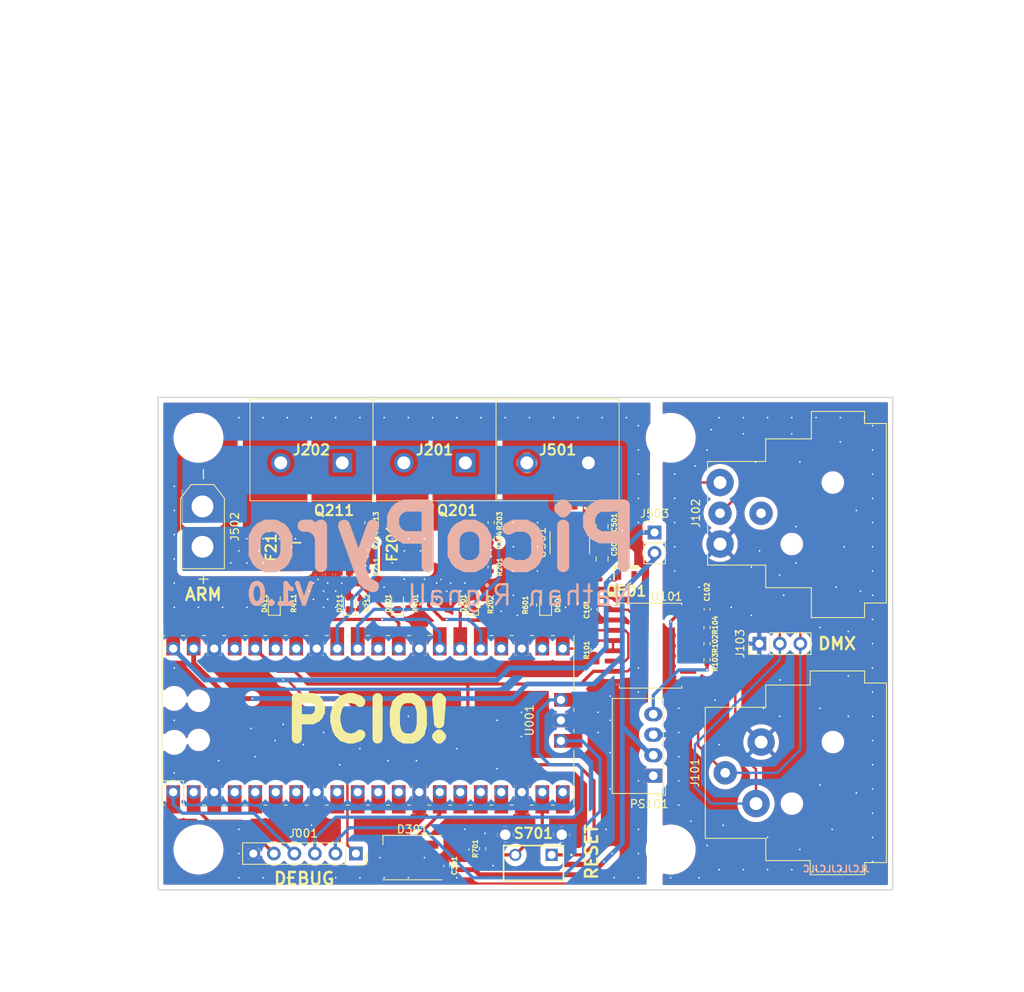
<source format=kicad_pcb>
(kicad_pcb (version 20211014) (generator pcbnew)
  (layers (0 "F.Cu" signal) (31 "B.Cu" signal) (34 "B.Paste" user) (35 "F.Paste" user) (36 "B.SilkS" user "B.Silkscreen") (37 "F.SilkS" user "F.Silkscreen") (38 "B.Mask" user) (39 "F.Mask" user) (44 "Edge.Cuts" user))
  (net 0 "")
  (net 1 "+3V3")
  (net 2 "GND")
  (net 3 "/5V_DMX")
  (net 4 "+5V")
  (net 5 "/LED_STATUS")
  (net 7 "Net-(D401-Pad1)")
  (net 8 "/GND_DMX")
  (net 9 "/PYRO1_MEASURE")
  (net 10 "/UART0_TX")
  (net 11 "/UART0_RX")
  (net 12 "/DMX_IO")
  (net 17 "/BUTTON_MODE")
  (net 21 "/PYRO0_FIRE")
  (net 22 "/PYRO1_FIRE")
  (net 24 "/PYRO0_MEASURE")
  (net 28 "/DEBUG_DIO")
  (net 32 "/DEBUG_CLK")
  (net 33 "Net-(J101-Pad3)")
  (net 34 "Net-(J101-Pad2)")
  (net 35 "Net-(D201-Pad1)")
  (net 36 "Net-(D211-Pad1)")
  (net 37 "/PYRO0_LED")
  (net 38 "Net-(D411-Pad1)")
  (net 39 "/PYRO1_LED")
  (net 40 "/ARM")
  (net 45 "Net-(D601-Pad1)")
  (net 46 "Net-(J201-Pad1)")
  (net 47 "Net-(J202-Pad1)")
  (net 48 "/DMX_RDM")
  (net 55 "Net-(C501-Pad2)")
  (net 56 "Net-(U501-Pad8)")
  (net 57 "VBUS")
  (net 58 "Net-(J201-Pad2)")
  (net 59 "Net-(J202-Pad2)")
  (footprint "RPi_Hat:RPi_Hat_Mounting_Hole" (layer "F.Cu") (at 189.5 63.5)
    (fp_text reference "" hide)
    (fp_text value "" hide)
  )
  (footprint "Resistor_SMD:R_0402_1005Metric" (layer "F.Cu") (at 172.499999 84.212501 90)
    (fp_text reference "R601")
    (fp_text value "1k")
  )
  (footprint "Capacitor_SMD:C_0402_1005Metric" (layer "F.Cu") (at 194 84.75 -90)
    (fp_text reference "C102")
    (fp_text value "100n")
  )
  (footprint "LED_SMD:LED_0603_1608Metric" (layer "F.Cu") (at 155.66 84 90)
    (fp_text reference "D401")
    (fp_text value "LED")
  )
  (footprint "Resistor_SMD:R_0402_1005Metric" (layer "F.Cu") (at 167.26 79.509999 -90)
    (fp_text reference "R201")
    (fp_text value "10k")
  )
  (footprint "Custom:TS1167443BK100RAD" (layer "F.Cu") (at 174.75 115.1625)
    (fp_text reference locked "S701")
    (fp_text value "TS11-674-43-BK-100-RA-D" hide)
  )
  (footprint "Resistor_SMD:R_0402_1005Metric" (layer "F.Cu") (at 152 76 90)
    (fp_text reference "R214")
    (fp_text value "10k")
  )
  (footprint "LED_SMD:LED_0603_1608Metric" (layer "F.Cu") (at 149.7 84 90)
    (fp_text reference "D211")
    (fp_text value "LED")
  )
  (footprint "Resistor_SMD:R_0402_1005Metric" (layer "F.Cu") (at 156.96 84 90)
    (fp_text reference "R401")
    (fp_text value "500")
  )
  (footprint "Resistor_SMD:R_0402_1005Metric" (layer "F.Cu") (at 151 84 90)
    (fp_text reference "R212")
    (fp_text value "500")
  )
  (footprint "Resistor_SMD:R_0402_1005Metric" (layer "F.Cu") (at 167.26 76 90)
    (fp_text reference "R204")
    (fp_text value "10k")
  )
  (footprint "Connector_AMASS:AMASS_XT30U-F_1x02_P5.0mm_Vertical" (layer "F.Cu") (at 131.5 72 -90)
    (fp_text reference "J502")
    (fp_text value "Conn_01x02")
  )
  (footprint "Resistor_SMD:R_0402_1005Metric" (layer "F.Cu") (at 180 89.75 -90)
    (fp_text reference "R101")
    (fp_text value "2k")
  )
  (footprint "Connector_Audio:Jack_XLR_Neutrik_NC3FAAH_Horizontal" (layer "F.Cu") (at 200.7 101.19)
    (fp_text reference "J101")
    (fp_text value "XLR3")
  )
  (footprint "Resistor_SMD:R_0402_1005Metric" (layer "F.Cu") (at 166.26 84 90)
    (fp_text reference "R202")
    (fp_text value "500")
  )
  (footprint "Connector_PinHeader_2.54mm:PinHeader_1x03_P2.54mm_Vertical" (layer "F.Cu") (at 200.475 89 90)
    (fp_text reference "J103")
    (fp_text value "Conn_01x03")
  )
  (footprint "Custom:SOIC127P600X170-9N" (layer "F.Cu") (at 177 76.5 -90)
    (fp_text reference locked "U501")
    (fp_text value "TQL850CSV50")
  )
  (footprint "Package_SO:SOIC-16W_7.5x10.3mm_P1.27mm" (layer "F.Cu") (at 187 89.25)
    (fp_text reference "U101")
    (fp_text value "ADM2483xRW")
  )
  (footprint "Custom:TB00576202BE" (layer "F.Cu") (at 179.3 66.6 180)
    (fp_text reference "J501")
    (fp_text value "TB005-762-02BE" hide)
  )
  (footprint "Capacitor_SMD:C_0805_2012Metric_Pad1.18x1.45mm_HandSolder" (layer "F.Cu") (at 181 74.5 90)
    (fp_text reference "C501")
    (fp_text value "10u")
  )
  (footprint "Resistor_SMD:R_0402_1005Metric" (layer "F.Cu") (at 141.7 84 90)
    (fp_text reference "R411")
    (fp_text value "500")
  )
  (footprint "Capacitor_SMD:C_0805_2012Metric_Pad1.18x1.45mm_HandSolder" (layer "F.Cu") (at 181 78.5 90)
    (fp_text reference "C502")
    (fp_text value "10u")
  )
  (footprint "Custom:TB00576202BE" (layer "F.Cu") (at 148.81 66.6 180)
    (fp_text reference "J202")
    (fp_text value "TB005-762-02BE" hide)
  )
  (footprint "Resistor_SMD:R_0402_1005Metric" (layer "F.Cu") (at 194 89 90)
    (fp_text reference "R102")
    (fp_text value "120")
  )
  (footprint "Resistor_SMD:R_0402_1005Metric" (layer "F.Cu") (at 152 79.509999 -90)
    (fp_text reference "R211")
    (fp_text value "10k")
  )
  (footprint "Connector_Audio:Jack_XLR_Neutrik_NC3MAAH_Horizontal" (layer "F.Cu") (at 195.61 76.66 90)
    (fp_text reference "J102")
    (fp_text value "XLR3")
  )
  (footprint "Connector_PinHeader_2.54mm:PinHeader_1x02_P2.54mm_Vertical" (layer "F.Cu") (at 187.5 75.225)
    (fp_text reference "J503")
    (fp_text value "Conn_01x02")
  )
  (footprint "Custom:SOT96P240X110-3N" (layer "F.Cu") (at 184 79.5 90)
    (fp_text reference locked "Q501")
    (fp_text value "DMP2120U-7" hide)
  )
  (footprint "Capacitor_SMD:C_0402_1005Metric" (layer "F.Cu") (at 161.75 116.52 90)
    (fp_text reference "C301")
    (fp_text value "100n")
  )
  (footprint "RPi_Hat:RPi_Hat_Mounting_Hole" (layer "F.Cu") (at 131 63.5)
    (fp_text reference "" hide)
    (fp_text value "" hide)
  )
  (footprint "Resistor_SMD:R_0402_1005Metric" (layer "F.Cu") (at 152 74 -90)
    (fp_text reference "R213")
    (fp_text value "150k")
  )
  (footprint "Custom:TPCA8128L1Q" (layer "F.Cu") (at 163.06 77)
    (fp_text reference locked "Q201")
    (fp_text value "TPH9R506PL,LQ" hide)
  )
  (footprint "Custom:FUSC6125X279N" (layer "F.Cu") (at 142.5 76.5 -90)
    (fp_text reference "F211")
    (fp_text value "0679H9100-05" hide)
  )
  (footprint "LED_SMD:LED_0603_1608Metric" (layer "F.Cu") (at 140.4 84 90)
    (fp_text reference "D411")
    (fp_text value "LED")
  )
  (footprint "LED_SMD:LED_WS2812B_PLCC4_5.0x5.0mm_P3.2mm" (layer "F.Cu") (at 157.5 115.5 180)
    (fp_text reference "D301")
    (fp_text value "WS2812B")
  )
  (footprint "Resistor_SMD:R_0402_1005Metric" (layer "F.Cu") (at 194 91 90)
    (fp_text reference "R103")
    (fp_text value "680")
  )
  (footprint "LED_SMD:LED_0603_1608Metric" (layer "F.Cu") (at 174 84 90)
    (fp_text reference "D601")
    (fp_text value "LED")
  )
  (footprint "Resistor_SMD:R_0402_1005Metric" (layer "F.Cu") (at 166.2 114.4 -90)
    (fp_text reference "R701")
    (fp_text value "10k")
  )
  (footprint "Capacitor_SMD:C_0402_1005Metric" (layer "F.Cu") (at 180 84.75 -90)
    (fp_text reference "C101")
    (fp_text value "100n")
  )
  (footprint "Custom:TB00576202BE" (layer "F.Cu") (at 164.06 66.6 180)
    (fp_text reference "J201")
    (fp_text value "TB005-762-02BE" hide)
  )
  (footprint "Resistor_SMD:R_0402_1005Metric" (layer "F.Cu") (at 194 87 90)
    (fp_text reference "R104")
    (fp_text value "680")
  )
  (footprint "MCU_RaspberryPi_and_Boards:RPi_Pico_SMD_TH" (layer "F.Cu") (at 152 98.5 90)
    (fp_text reference "U001")
    (fp_text value "Pico")
  )
  (footprint "Custom:TPCA8128L1Q" (layer "F.Cu") (at 147.8 76.9875)
    (fp_text reference locked "Q211")
    (fp_text value "TPH9R506PL,LQ" hide)
  )
  (footprint "RPi_Hat:RPi_Hat_Mounting_Hole" (layer "F.Cu") (at 131 114.5)
    (fp_text reference "" hide)
    (fp_text value "" hide)
  )
  (footprint "RPi_Hat:RPi_Hat_Mounting_Hole" (layer "F.Cu") (at 189.5 114.5)
    (fp_text reference "" hide)
    (fp_text value "" hide)
  )
  (footprint "Connector_PinSocket_2.54mm:PinSocket_1x06_P2.54mm_Vertical" (layer "F.Cu") (at 150.5 115 -90)
    (fp_text reference "J001")
    (fp_text value "Conn_01x06")
  )
  (footprint "Resistor_SMD:R_0402_1005Metric" (layer "F.Cu") (at 167.26 74 -90)
    (fp_text reference "R203")
    (fp_text value "150k")
  )
  (footprint "Converter_DCDC:Converter_DCDC_Murata_MEE1SxxxxSC_THT" (layer "F.Cu") (at 187.3425 105.3575 180)
    (fp_text reference "PS101")
    (fp_text value "MEE1S0503SC")
  )
  (footprint "Custom:FUSC6125X279N" (layer "F.Cu") (at 157.5 76.5 -90)
    (fp_text reference "F201")
    (fp_text value "0679H9100-05" hide)
  )
  (footprint "LED_SMD:LED_0603_1608Metric" (layer "F.Cu") (at 164.96 84 90)
    (fp_text reference "D201")
    (fp_text value "LED")
  )
  (gr_line (start 126 58.5) (end 126 119.5) (layer "Edge.Cuts") (width 0.15))
  (gr_line (start 217 119.5) (end 217 58.5) (layer "Edge.Cuts") (width 0.15))
  (gr_line (start 217 58.5) (end 126 58.5) (layer "Edge.Cuts") (width 0.15))
  (gr_line (start 126 119.5) (end 217 119.5) (layer "Edge.Cuts") (width 0.15))
  (gr_text "PicoPyro" (at 161 76) (layer "B.SilkS") (effects (font (size 7.5 7.5) (thickness 1.5)) (justify mirror)))
  (gr_text "Nathan Rignall" (at 170.8 83) (layer "B.SilkS") (effects (font (size 2.5 2.5) (thickness 0.3)) (justify mirror)))
  (gr_text "JLCJLCJLCJLC" (at 210 116.9) (layer "B.SilkS") (effects (font (size 0.8 0.8) (thickness 0.2)) (justify mirror)))
  (gr_text "V1.0" (at 141.1 82.9) (layer "B.SilkS") (effects (font (size 2.5 2.5) (thickness 0.6)) (justify mirror)))
  (gr_text "RESET" (at 179.7 114.8 90) (layer "F.SilkS") (effects (font (size 1.5 1.5) (thickness 0.3))))
  (gr_text "DEBUG" (at 144.1 118.1) (layer "F.SilkS") (effects (font (size 1.5 1.5) (thickness 0.3))))
  (gr_text "ARM" (at 131.6 82.9) (layer "F.SilkS") (effects (font (size 1.5 1.5) (thickness 0.3))))
  (gr_text "PCIO!" (at 152 98.5) (layer "F.SilkS") (effects (font (size 5 5) (thickness 1.25))))
  (gr_text "DMX" (at 210.1 89) (layer "F.SilkS") (effects (font (size 1.5 1.5) (thickness 0.3))))
  (segment (start 164.5 94) (end 178.35 94) (width 0.4) (layer "F.Cu") (net 1))
  (segment (start 184.175 92.425) (end 182.35 92.425) (width 0.3) (layer "F.Cu") (net 1))
  (segment (start 185.2 85.8) (end 185.2 91.4) (width 0.3) (layer "F.Cu") (net 1))
  (segment (start 164.375 97.775) (end 164.375 94.125) (width 0.4) (layer "F.Cu") (net 1))
  (segment (start 164.375 97.775) (end 170.6 104) (width 0.4) (layer "F.Cu") (net 1))
  (segment (start 174.75 115.1625) (end 178.6375 115.1625) (width 0.4) (layer "F.Cu") (net 1))
  (segment (start 178 104) (end 180 106) (width 0.4) (layer "F.Cu") (net 1))
  (segment (start 140.845 92.425) (end 142.925 92.425) (width 0.4) (layer "F.Cu") (net 1))
  (segment (start 182.35 84.805) (end 184.205 84.805) (width 0.3) (layer "F.Cu") (net 1))
  (segment (start 142.925 92.425) (end 144.5 94) (width 0.4) (layer "F.Cu") (net 1))
  (segment (start 184.205 84.805) (end 185.2 85.8) (width 0.3) (layer "F.Cu") (net 1))
  (segment (start 182.35 92.425) (end 179.925 92.425) (width 0.4) (layer "F.Cu") (net 1))
  (segment (start 138.03 89.61) (end 140.845 92.425) (width 0.4) (layer "F.Cu") (net 1))
  (segment (start 144.5 94) (end 164.5 94) (width 0.4) (layer "F.Cu") (net 1))
  (segment (start 181.815 84.27) (end 180 84.27) (width 0.3) (layer "F.Cu") (net 1))
  (segment (start 164.375 94.125) (end 164.5 94) (width 0.4) (layer "F.Cu") (net 1))
  (segment (start 182.35 84.805) (end 181.815 84.27) (width 0.3) (layer "F.Cu") (net 1))
  (segment (start 178.6375 115.1625) (end 180 113.8) (width 0.4) (layer "F.Cu") (net 1))
  (segment (start 180 106) (end 180 113.8) (width 0.4) (layer "F.Cu") (net 1))
  (segment (start 170.6 104) (end 178 104) (width 0.4) (layer "F.Cu") (net 1))
  (segment (start 178.35 94) (end 179.925 92.425) (width 0.4) (layer "F.Cu") (net 1))
  (segment (start 185.2 91.4) (end 184.175 92.425) (width 0.3) (layer "F.Cu") (net 1))
  (segment (start 152 78.999999) (end 152 78.19) (width 0.4) (layer "F.Cu") (net 2))
  (segment (start 152 76.51) (end 152 77.39) (width 0.4) (layer "F.Cu") (net 2))
  (segment (start 167.26 78.999999) (end 167.26 78.19) (width 0.4) (layer "F.Cu") (net 2))
  (segment (start 167.26 76.51) (end 167.26 77.39) (width 0.4) (layer "F.Cu") (net 2))
  (segment (start 141.7 83.49) (end 142.99 83.49) (width 0.4) (layer "F.Cu") (net 2))
  (segment (start 187.3425 105.3575) (end 184.1425 105.3575) (width 0.6) (layer "F.Cu") (net 2))
  (segment (start 151 83.49) (end 151.99 83.49) (width 0.4) (layer "F.Cu") (net 2))
  (segment (start 166.26 83.49) (end 167.49 83.49) (width 0.4) (layer "F.Cu") (net 2))
  (segment (start 156.96 83.49) (end 157.99 83.49) (width 0.4) (layer "F.Cu") (net 2))
  (via (at 145.25 81.5) (size 0.4) (drill 0.2) (layers "F.Cu" "B.Cu") (net 2))
  (via (at 153.5 115.5) (size 0.4) (drill 0.2) (layers "F.Cu" "B.Cu") (net 2))
  (via (at 151 102) (size 0.4) (drill 0.2) (layers "F.Cu" "B.Cu") (net 2))
  (via (at 157.99 83.49) (size 0.4) (drill 0.2) (layers "F.Cu" "B.Cu") (net 2))
  (via (at 166 61) (size 0.4) (drill 0.2) (layers "F.Cu" "B.Cu") (net 2))
  (via (at 146.5 100) (size 0.4) (drill 0.2) (layers "F.Cu" "B.Cu") (net 2))
  (via (at 128 72.5) (size 0.4) (drill 0.2) (layers "F.Cu" "B.Cu") (net 2))
  (via (at 182 95.5) (size 0.4) (drill 0.2) (layers "F.Cu" "B.Cu") (net 2))
  (via (at 185.5 83) (size 0.4) (drill 0.2) (layers "F.Cu" "B.Cu") (net 2))
  (via (at 151.99 83.49) (size 0.4) (drill 0.2) (layers "F.Cu" "B.Cu") (net 2))
  (via (at 153 98.5) (size 0.4) (drill 0.2) (layers "F.Cu" "B.Cu") (net 2))
  (via (at 167.26 78.19) (size 0.4) (drill 0.2) (layers "F.Cu" "B.Cu") (net 2))
  (via (at 142.99 83.49) (size 0.4) (drill 0.2) (layers "F.Cu" "B.Cu") (net 2))
  (via (at 128 105) (size 0.4) (drill 0.2) (layers "F.Cu" "B.Cu") (net 2))
  (via (at 138 103) (size 0.4) (drill 0.2) (layers "F.Cu" "B.Cu") (net 2))
  (via (at 144.75 82.5) (size 0.4) (drill 0.2) (layers "F.Cu" "B.Cu") (net 2))
  (via (at 167.26 77.39) (size 0.4) (drill 0.2) (layers "F.Cu" "B.Cu") (net 2))
  (via (at 142 61) (size 0.4) (drill 0.2) (layers "F.Cu" "B.Cu") (net 2))
  (via (at 175 61) (size 0.4) (drill 0.2) (layers "F.Cu" "B.Cu") (net 2))
  (via (at 147 81.5) (size 0.4) (drill 0.2) (layers "F.Cu" "B.Cu") (net 2))
  (via (at 182 98.5) (size 0.4) (drill 0.2) (layers "F.Cu" "B.Cu") (net 2))
  (via (at 128 92) (size 0.4) (drill 0.2) (layers "F.Cu" "B.Cu") (net 2))
  (via (at 142 118) (size 0.4) (drill 0.2) (layers "F.Cu" "B.Cu") (net 2))
  (via (at 173 80) (size 0.4) (drill 0.2) (layers "F.Cu" "B.Cu") (net 2))
  (via (at 169 61) (size 0.4) (drill 0.2) (layers "F.Cu" "B.Cu") (net 2))
  (via (at 185.5 115) (size 0.4) (drill 0.2) (layers "F.Cu" "B.Cu") (net 2))
  (via (at 164.5 114.5) (size 0.4) (drill 0.2) (layers "F.Cu" "B.Cu") (net 2))
  (via (at 170 74) (size 0.4) (drill 0.2) (layers "F.Cu" "B.Cu") (net 2))
  (via (at 145 118) (size 0.4) (drill 0.2) (layers "F.Cu" "B.Cu") (net 2))
  (via (at 139 118) (size 0.4) (drill 0.2) (layers "F.Cu" "B.Cu") (net 2))
  (via (at 182 107) (size 0.4) (drill 0.2) (layers "F.Cu" "B.Cu") (net 2))
  (via (at 179 85) (size 0.4) (drill 0.2) (layers "F.Cu" "B.Cu") (net 2))
  (via (at 148.75 81.5) (size 0.4) (drill 0.2) (layers "F.Cu" "B.Cu") (net 2))
  (via (at 181 61) (size 0.4) (drill 0.2) (layers "F.Cu" "B.Cu") (net 2))
  (via (at 162.25 83.5) (size 0.4) (drill 0.2) (layers "F.Cu" "B.Cu") (net 2))
  (via (at 168 98.5) (size 0.4) (drill 0.2) (layers "F.Cu" "B.Cu") (net 2))
  (via (at 152 78.19) (size 0.4) (drill 0.2) (layers "F.Cu" "B.Cu") (net 2))
  (via (at 170 80) (size 0.4) (drill 0.2) (layers "F.Cu" "B.Cu") (net 2))
  (via (at 160.5 81.5) (size 0.4) (drill 0.2) (layers "F.Cu" "B.Cu") (net 2))
  (via (at 161.75 82.5) (size 0.4) (drill 0.2) (layers "F.Cu" "B.Cu") (net 2))
  (via (at 128 69.5) (size 0.4) (drill 0.2) (layers "F.Cu" "B.Cu") (net 2))
  (via (at 185.5 62) (size 0.4) (drill 0.2) (layers "F.Cu" "B.Cu") (net 2))
  (via (at 176.5 84.5) (size 0.4) (drill 0.2) (layers "F.Cu" "B.Cu") (net 2))
  (via (at 148 82.5) (size 0.4) (drill 0.2) (layers "F.Cu" "B.Cu") (net 2))
  (via (at 148 84.5) (size 0.4) (drill 0.2) (layers "F.Cu" "B.Cu") (net 2))
  (via (at 185.5 112) (size 0.4) (drill 0.2) (layers "F.Cu" "B.Cu") (net 2))
  (via (at 185.5 109) (size 0.4) (drill 0.2) (layers "F.Cu" "B.Cu") (net 2))
  (via (at 157 118) (size 0.4) (drill 0.2) (layers "F.Cu" "B.Cu") (net 2))
  (via (at 148 61) (size 0.4) (drill 0.2) (layers "F.Cu" "B.Cu") (net 2))
  (via (at 170.5 85.5) (size 0.4) (drill 0.2) (layers "F.Cu" "B.Cu") (net 2))
  (via (at 164 81.5) (size 0.4) (drill 0.2) (layers "F.Cu" "B.Cu") (net 2))
  (via (at 128 75.5) (size 0.4) (drill 0.2) (layers "F.Cu" "B.Cu") (net 2))
  (via (at 171 100.5) (size 0.4) (drill 0.2) (layers "F.Cu" "B.Cu") (net 2))
  (via (at 175.5 83.5) (size 0.4) (drill 0.2) (layers "F.Cu" "B.Cu") (net 2))
  (via (at 180.5 100) (size 0.4) (drill 0.2) (layers "F.Cu" "B.Cu") (net 2))
  (via (at 154 61) (size 0.4) (drill 0.2) (layers "F.Cu" "B.Cu") (net 2))
  (via (at 163 118) (size 0.4) (drill 0.2) (layers "F.Cu" "B.Cu") (net 2))
  (via (at 181.5 112) (size 0.4) (drill 0.2) (layers "F.Cu" "B.Cu") (net 2))
  (via (at 154 118) (size 0.4) (drill 0.2) (layers "F.Cu" "B.Cu") (net 2))
  (via (at 128 84.5) (size 0.4) (drill 0.2) (layers "F.Cu" "B.Cu") (net 2))
  (via (at 185.5 118) (size 0.4) (drill 0.2) (layers "F.Cu" "B.Cu") (net 2))
  (via (at 140.5 101) (size 0.4) (drill 0.2) (layers "F.Cu" "B.Cu") (net 2))
  (via (at 185.5 65) (size 0.4) (drill 0.2) (layers "F.Cu" "B.Cu") (net 2))
  (via (at 170 77) (size 0.4) (drill 0.2) (layers "F.Cu" "B.Cu") (net 2))
  (via (at 185.5 68) (size 0.4) (drill 0.2) (layers "F.Cu" "B.Cu") (net 2))
  (via (at 163 61) (size 0.4) (drill 0.2) (layers "F.Cu" "B.Cu") (net 2))
  (via (at 147 83.5) (size 0.4) (drill 0.2) (layers "F.Cu" "B.Cu") (net 2))
  (via (at 185.5 95) (size 0.4) (drill 0.2) (layers "F.Cu" "B.Cu") (net 2))
  (via (at 136 118) (size 0.4) (drill 0.2) (layers "F.Cu" "B.Cu") (net 2))
  (via (at 159 99.5) (size 0.4) (drill 0.2) (layers "F.Cu" "B.Cu") (net 2))
  (via (at 139 61) (size 0.4) (drill 0.2) (layers "F.Cu" "B.Cu") (net 2))
  (via (at 133.5 103.5) (size 0.4) (drill 0.2) (layers "F.Cu" "B.Cu") (net 2))
  (via (at 178 61) (size 0.4) (drill 0.2) (layers "F.Cu" "B.Cu") (net 2))
  (via (at 167.5 116.5) (size 0.4) (drill 0.2) (layers "F.Cu" "B.Cu") (net 2))
  (via (at 185.5 71) (size 0.4) (drill 0.2) (layers "F.Cu" "B.Cu") (net 2))
  (via (at 156.5 81) (size 0.4) (drill 0.2) (layers "F.Cu" "B.Cu") (net 2))
  (via (at 151 61) (size 0.4) (drill 0.2) (layers "F.Cu" "B.Cu") (net 2))
  (via (at 162.25 81.5) (size 0.4) (drill 0.2) (layers "F.Cu" "B.Cu") (net 2))
  (via (at 128 98.5) (size 0.4) (drill 0.2) (layers "F.Cu" "B.Cu") (net 2))
  (via (at 137 84.5) (size 0.4) (drill 0.2) (layers "F.Cu" "B.Cu") (net 2))
  (via (at 151 118) (size 0.4) (drill 0.2) (layers "F.Cu" "B.Cu") (net 2))
  (via (at 160.5 83.5) (size 0.4) (drill 0.2) (layers "F.Cu" "B.Cu") (net 2))
  (via (at 137.5 99.5) (size 0.4) (drill 0.2) (layers "F.Cu" "B.Cu") (net 2))
  (via (at 136 61) (size 0.4) (drill 0.2) (layers "F.Cu" "B.Cu") (net 2))
  (via (at 184 61) (size 0.4) (drill 0.2) (layers "F.Cu" "B.Cu") (net 2))
  (via (at 136 112) (size 0.4) (drill 0.2) (layers "F.Cu" "B.Cu") (net 2))
  (via (at 168 104.5) (size 0.4) (drill 0.2) (layers "F.Cu" "B.Cu") (net 2))
  (via (at 152 77.39) (size 0.4) (drill 0.2) (layers "F.Cu" "B.Cu") (net 2))
  (via (at 154.5 103.5) (size 0.4) (drill 0.2) (layers "F.Cu" "B.Cu") (net 2))
  (via (at 182.5 118) (size 0.4) (drill 0.2) (layers "F.Cu" "B.Cu") (net 2))
  (via (at 159 81) (size 0.4) (drill 0.2) (layers "F.Cu" "B.Cu") (net 2))
  (via (at 170 83) (size 0.4) (drill 0.2) (layers "F.Cu" "B.Cu") (net 2))
  (via (at 172 61) (size 0.4) (drill 0.2) (layers "F.Cu" "B.Cu") (net 2))
  (via (at 163.5 82.5) (size 0.4) (drill 0.2) (layers "F.Cu" "B.Cu") (net 2))
  (via (at 185.5 92) (size 0.4) (drill 0.2) (layers "F.Cu" "B.Cu") (net 2))
  (via (at 128 81.5) (size 0.4) (drill 0.2) (layers "F.Cu" "B.Cu") (net 2))
  (via (at 158 103.5) (size 0.4) (drill 0.2) (layers "F.Cu" "B.Cu") (net 2))
  (via (at 159 115.5) (size 0.4) (drill 0.2) (layers "F.Cu" "B.Cu") (net 2))
  (via (at 182 102.5) (size 0.4) (drill 0.2) (layers "F.Cu" "B.Cu") (net 2))
  (via (at 163 102) (size 0.4) (drill 0.2) (layers "F.Cu" "B.Cu") (net 2))
  (via (at 180.5 97.5) (size 0.4) (drill 0.2) (layers "F.Cu" "B.Cu") (net 2))
  (via (at 131 84.5) (size 0.4) (drill 0.2) (layers "F.Cu" "B.Cu") (net 2))
  (via (at 141.5 99) (size 0.4) (drill 0.2) (layers "F.Cu" "B.Cu") (net 2))
  (via (at 128 78.5) (size 0.4) (drill 0.2) (layers "F.Cu" "B.Cu") (net 2))
  (via (at 164 112) (size 0.4) (drill 0.2) (layers "F.Cu" "B.Cu") (net 2))
  (via (at 146.5 84.5) (size 0.4) (drill 0.2) (layers "F.Cu" "B.Cu") (net 2))
  (via (at 171 97.5) (size 0.4) (drill 0.2) (layers "F.Cu" "B.Cu") (net 2))
  (via (at 145 111.5) (size 0.4) (drill 0.2) (layers "F.Cu" "B.Cu") (net 2))
  (via (at 146.5 82.5) (size 0.4) (drill 0.2) (layers "F.Cu" "B.Cu") (net 2))
  (via (at 160 61) (size 0.4) (drill 0.2) (layers "F.Cu" "B.Cu") (net 2))
  (via (at 143 112) (size 0.4) (drill 0.2) (layers "F.Cu" "B.Cu") (net 2))
  (via (at 173 77) (size 0.4) (drill 0.2) (layers "F.Cu" "B.Cu") (net 2))
  (via (at 157 61) (size 0.4) (drill 0.2) (layers "F.Cu" "B.Cu") (net 2))
  (via (at 148 118) (size 0.4) (drill 0.2) (layers "F.Cu" "B.Cu") (net 2))
  (via (at 154 82) (size 0.4) (drill 0.2) (layers "F.Cu" "B.Cu") (net 2))
  (via (at 157 98) (size 0.4) (drill 0.2) (layers "F.Cu" "B.Cu") (net 2))
  (via (at 145 61) (size 0.4) (drill 0.2) (layers "F.Cu" "B.Cu") (net 2))
  (via (at 166.5 112.5) (size 0.4) (drill 0.2) (layers "F.Cu" "B.Cu") (net 2))
  (via (at 185.5 74) (size 0.4) (drill 0.2) (layers "F.Cu" "B.Cu") (net 2))
  (via (at 144 101.5) (size 0.4) (drill 0.2) (layers "F.Cu" "B.Cu") (net 2))
  (via (at 178 84) (size 0.4) (drill 0.2) (layers "F.Cu" "B.Cu") (net 2))
  (via (at 183.5 75) (size 0.4) (drill 0.2) (layers "F.Cu" "B.Cu") (net 2))
  (via (at 173 74) (size 0.4) (drill 0.2) (layers "F.Cu" "B.Cu") (net 2))
  (via (at 168.5 85) (size 0.4) (drill 0.2) (layers "F.Cu" "B.Cu") (net 2))
  (via (at 145.25 83.5) (size 0.4) (drill 0.2) (layers "F.Cu" "B.Cu") (net 2))
  (via (at 148.5 104) (size 0.4) (drill 0.2) (layers "F.Cu" "B.Cu") (net 2))
  (via (at 136 115) (size 0.4) (drill 0.2) (layers "F.Cu" "B.Cu") (net 2))
  (via (at 160 82.5) (size 0.4) (drill 0.2) (layers "F.Cu" "B.Cu") (net 2))
  (via (at 185.5 106) (size 0.4) (drill 0.2) (layers "F.Cu" "B.Cu") (net 2))
  (via (at 134 84.5) (size 0.4) (drill 0.2) (layers "F.Cu" "B.Cu") (net 2))
  (via (at 167.49 83.49) (size 0.4) (drill 0.2) (layers "F.Cu" "B.Cu") (net 2))
  (segment (start 187.3425 105.3575) (end 185.1425 105.3575) (width 0.6) (layer "B.Cu") (net 2))
  (segment (start 152 78.19) (end 152 77.39) (width 0.4) (layer "B.Cu") (net 2))
  (segment (start 152 79.5) (end 150.5 81) (width 0.4) (layer "B.Cu") (net 2))
  (segment (start 152 78.19) (end 152 79.5) (width 0.4) (layer "B.Cu") (net 2))
  (segment (start 194 91.51) (end 194 92.25) (width 0.4) (layer "F.Cu") (net 3))
  (segment (start 192.185 84.27) (end 194 84.27) (width 0.4) (layer "F.Cu") (net 3))
  (segment (start 190.945 84.805) (end 191.65 84.805) (width 0.4) (layer "F.Cu") (net 3))
  (segment (start 189.5 86.25) (end 190.945 84.805) (width 0.4) (layer "F.Cu") (net 3))
  (segment (start 191.65 84.805) (end 192.185 84.27) (width 0.4) (layer "F.Cu") (net 3))
  (via (at 194 92.25) (size 0.4) (drill 0.2) (layers "F.Cu" "B.Cu") (net 3))
  (via (at 189.5 86.25) (size 0.4) (drill 0.2) (layers "F.Cu" "B.Cu") (net 3))
  (segment (start 189.5 93.25) (end 189.5 86.25) (width 0.4) (layer "B.Cu") (net 3))
  (segment (start 187.3425 97.7375) (end 187.3425 95.4075) (width 0.4) (layer "B.Cu") (net 3))
  (segment (start 194 92.25) (end 190.5 92.25) (width 0.4) (layer "B.Cu") (net 3))
  (segment (start 187.3425 95.4075) (end 189.5 93.25) (width 0.4) (layer "B.Cu") (net 3))
  (segment (start 190.5 92.25) (end 189.5 93.25) (width 0.4) (layer "B.Cu") (net 3))
  (segment (start 179.625 117.625) (end 165.825 117.625) (width 0.6) (layer "F.Cu") (net 4))
  (segment (start 174.9625 82.25) (end 174 83.2125) (width 0.6) (layer "F.Cu") (net 4))
  (segment (start 179.625 117.625) (end 182.25 115) (width 0.6) (layer "F.Cu") (net 4))
  (segment (start 160.05 117) (end 159.95 117.1) (width 0.6) (layer "F.Cu") (net 4))
  (segment (start 184.96 81.04) (end 184.5 81.5) (width 0.6) (layer "F.Cu") (net 4))
  (segment (start 134.8 95.8) (end 137.7 95.8) (width 0.6) (layer "F.Cu") (net 4))
  (segment (start 184.96 80.55) (end 184.96 81.04) (width 0.6) (layer "F.Cu") (net 4))
  (segment (start 130.41 89.61) (end 130.41 91.41) (width 0.6) (layer "F.Cu") (net 4))
  (segment (start 184.5 81.5) (end 183.75 82.25) (width 0.6) (layer "F.Cu") (net 4))
  (segment (start 183.75 82.25) (end 174.9625 82.25) (width 0.6) (layer "F.Cu") (net 4))
  (segment (start 161.75 117) (end 165.2 117) (width 0.6) (layer "F.Cu") (net 4))
  (segment (start 165.825 117.625) (end 165.2 117) (width 0.6) (layer "F.Cu") (net 4))
  (segment (start 161.75 117) (end 160.05 117) (width 0.6) (layer "F.Cu") (net 4))
  (segment (start 130.41 91.41) (end 134.8 95.8) (width 0.6) (layer "F.Cu") (net 4))
  (via (at 137.7 95.8) (size 0.4) (drill 0.2) (layers "F.Cu" "B.Cu") (net 4))
  (via (at 183.75 82.25) (size 0.4) (drill 0.2) (layers "F.Cu" "B.Cu") (net 4))
  (via (at 182.25 115) (size 0.4) (drill 0.2) (layers "F.Cu" "B.Cu") (net 4))
  (via (at 181.25 116) (size 0.4) (drill 0.2) (layers "F.Cu" "B.Cu") (net 4))
  (via (at 184.5 81.5) (size 0.4) (drill 0.2) (layers "F.Cu" "B.Cu") (net 4))
  (segment (start 183.5 99.25) (end 183.5 90) (width 0.6) (layer "B.Cu") (net 4))
  (segment (start 187.3425 102.8175) (end 187.0675 102.8175) (width 0.6) (layer "B.Cu") (net 4))
  (segment (start 169.8 95.8) (end 141 95.8) (width 0.6) (layer "B.Cu") (net 4))
  (segment (start 183.5 99.25) (end 183.5 113.75) (width 0.6) (layer "B.Cu") (net 4))
  (segment (start 187.5 77.765) (end 187.5 78.5) (width 0.6) (layer "B.Cu") (net 4))
  (segment (start 139.4 95.8) (end 137.7 95.8) (width 0.6) (layer "B.Cu") (net 4))
  (segment (start 141 95.8) (end 139.4 95.8) (width 0.6) (layer "B.Cu") (net 4))
  (segment (start 183.5 82.5) (end 184.5 81.5) (width 0.6) (layer "B.Cu") (net 4))
  (segment (start 183.5 113.75) (end 182.25 115) (width 0.6) (layer "B.Cu") (net 4))
  (segment (start 171.7 94) (end 180 94) (width 0.6) (layer "B.Cu") (net 4))
  (segment (start 182.25 115) (end 181.25 116) (width 0.6) (layer "B.Cu") (net 4))
  (segment (start 180 94) (end 183.5 90.5) (width 0.6) (layer "B.Cu") (net 4))
  (segment (start 183.5 90) (end 183.5 82.5) (width 0.6) (layer "B.Cu") (net 4))
  (segment (start 183.5 90.5) (end 183.5 90) (width 0.6) (layer "B.Cu") (net 4))
  (segment (start 187.5 78.5) (end 184.5 81.5) (width 0.6) (layer "B.Cu") (net 4))
  (segment (start 187.0675 102.8175) (end 183.5 99.25) (width 0.6) (layer "B.Cu") (net 4))
  (segment (start 169.9 95.8) (end 171.7 94) (width 0.6) (layer "B.Cu") (net 4))
  (segment (start 157.4 113.6) (end 160.89 110.11) (width 0.4) (layer "F.Cu") (net 5))
  (segment (start 160.89 110.11) (end 160.89 107.39) (width 0.4) (layer "F.Cu") (net 5))
  (segment (start 157.4 115.8) (end 157.4 113.6) (width 0.4) (layer "F.Cu") (net 5))
  (segment (start 155.05 117.1) (end 156.1 117.1) (width 0.4) (layer "F.Cu") (net 5))
  (segment (start 156.1 117.1) (end 157.4 115.8) (width 0.4) (layer "F.Cu") (net 5))
  (segment (start 155.66 84.7875) (end 156.6825 84.7875) (width 0.4) (layer "F.Cu") (net 7))
  (segment (start 156.6825 84.7875) (end 156.96 84.51) (width 0.4) (layer "F.Cu") (net 7))
  (segment (start 191.65 86.075) (end 193.585 86.075) (width 0.4) (layer "F.Cu") (net 8))
  (segment (start 187.3425 100.2775) (end 189.4775 100.2775) (width 0.6) (layer "F.Cu") (net 8))
  (segment (start 193.585 86.075) (end 194 86.49) (width 0.4) (layer "F.Cu") (net 8))
  (via (at 214.5 77) (size 0.4) (drill 0.2) (layers "F.Cu" "B.Cu") (net 8))
  (via (at 195.5 101.5) (size 0.4) (drill 0.2) (layers "F.Cu" "B.Cu") (net 8))
  (via (at 203.5 83) (size 0.4) (drill 0.2) (layers "F.Cu" "B.Cu") (net 8))
  (via (at 203 98) (size 0.4) (drill 0.2) (layers "F.Cu" "B.Cu") (net 8))
  (via (at 203 80.5) (size 0.4) (drill 0.2) (layers "F.Cu" "B.Cu") (net 8))
  (via (at 189.5 118) (size 0.4) (drill 0.2) (layers "F.Cu" "B.Cu") (net 8))
  (via (at 204.5 63) (size 0.4) (drill 0.2) (layers "F.Cu" "B.Cu") (net 8))
  (via (at 208 106.5) (size 0.4) (drill 0.2) (layers "F.Cu" "B.Cu") (net 8))
  (via (at 200 66.5) (size 0.4) (drill 0.2) (layers "F.Cu" "B.Cu") (net 8))
  (via (at 193 82) (size 0.4) (drill 0.2) (layers "F.Cu" "B.Cu") (net 8))
  (via (at 190.5 103) (size 0.4) (drill 0.2) (layers "F.Cu" "B.Cu") (net 8))
  (via (at 214.5 62) (size 0.4) (drill 0.2) (layers "F.Cu" "B.Cu") (net 8))
  (via (at 201.5 61) (size 0.4) (drill 0.2) (layers "F.Cu" "B.Cu") (net 8))
  (via (at 208 97) (size 0.4) (drill 0.2) (layers "F.Cu" "B.Cu") (net 8))
  (via (at 194 114) (size 0.4) (drill 0.2) (layers "F.Cu" "B.Cu") (net 8))
  (via (at 201.5 117) (size 0.4) (drill 0.2) (layers "F.Cu" "B.Cu") (net 8))
  (via (at 194 65) (size 0.4) (drill 0.2) (layers "F.Cu" "B.Cu") (net 8))
  (via (at 197.5 87.5) (size 0.4) (drill 0.2) (layers "F.Cu" "B.Cu") (net 8))
  (via (at 190.5 106) (size 0.4) (drill 0.2) (layers "F.Cu" "B.Cu") (net 8))
  (via (at 190 71) (size 0.4) (drill 0.2) (layers "F.Cu" "B.Cu") (net 8))
  (via (at 198.5 63) (size 0.4) (drill 0.2) (layers "F.Cu" "B.Cu") (net 8))
  (via (at 195 96) (size 0.4) (drill 0.2) (layers "F.Cu" "B.Cu") (net 8))
  (via (at 190.5 100) (size 0.4) (drill 0.2) (layers "F.Cu" "B.Cu") (net 8))
  (via (at 205 74.5) (size 0.4) (drill 0.2) (layers "F.Cu" "B.Cu") (net 8))
  (via (at 214.5 116) (size 0.4) (drill 0.2) (layers "F.Cu" "B.Cu") (net 8))
  (via (at 213.5 61) (size 0.4) (drill 0.2) (layers "F.Cu" "B.Cu") (net 8))
  (via (at 212.5 72.5) (size 0.4) (drill 0.2) (layers "F.Cu" "B.Cu") (net 8))
  (via (at 214.5 89) (size 0.4) (drill 0.2) (layers "F.Cu" "B.Cu") (net 8))
  (via (at 211.5 98) (size 0.4) (drill 0.2) (layers "F.Cu" "B.Cu") (net 8))
  (via (at 214.5 80) (size 0.4) (drill 0.2) (layers "F.Cu" "B.Cu") (net 8))
  (via (at 214.5 65) (size 0.4) (drill 0.2) (layers "F.Cu" "B.Cu") (net 8))
  (via (at 214.5 68) (size 0.4) (drill 0.2) (layers "F.Cu" "B.Cu") (net 8))
  (via (at 205 79) (size 0.4) (drill 0.2) (layers "F.Cu" "B.Cu") (net 8))
  (via (at 211.5 93) (size 0.4) (drill 0.2) (layers "F.Cu" "B.Cu") (net 8))
  (via (at 214.5 107) (size 0.4) (drill 0.2) (layers "F.Cu" "B.Cu") (net 8))
  (via (at 201 97) (size 0.4) (drill 0.2) (layers "F.Cu" "B.Cu") (net 8))
  (via (at 190.5 97) (size 0.4) (drill 0.2) (layers "F.Cu" "B.Cu") (net 8))
  (via (at 213 82.5) (size 0.4) (drill 0.2) (layers "F.Cu" "B.Cu") (net 8))
  (via (at 192 111) (size 0.4) (drill 0.2) (layers "F.Cu" "B.Cu") (net 8))
  (via (at 198.5 117) (size 0.4) (drill 0.2) (layers "F.Cu" "B.Cu") (net 8))
  (via (at 214.5 101) (size 0.4) (drill 0.2) (layers "F.Cu" "B.Cu") (net 8))
  (via (at 199.5 85.5) (size 0.4) (drill 0.2) (layers "F.Cu" "B.Cu") (net 8))
  (via (at 190 77) (size 0.4) (drill 0.2) (layers "F.Cu" "B.Cu") (net 8))
  (via (at 209.5 112) (size 0.4) (drill 0.2) (layers "F.Cu" "B.Cu") (net 8))
  (via (at 204.5 61) (size 0.4) (drill 0.2) (layers "F.Cu" "B.Cu") (net 8))
  (via (at 214.5 104) (size 0.4) (drill 0.2) (layers "F.Cu" "B.Cu") (net 8))
  (via (at 197 84.5) (size 0.4) (drill 0.2) (layers "F.Cu" "B.Cu") (net 8))
  (via (at 211.5 87.5) (size 0.4) (drill 0.2) (layers "F.Cu" "B.Cu") (net 8))
  (via (at 194.5 62.5) (size 0.4) (drill 0.2) (layers "F.Cu" "B.Cu") (net 8))
  (via (at 207.5 117) (size 0.4) (drill 0.2) (layers "F.Cu" "B.Cu") (net 8))
  (via (at 214.5 86) (size 0.4) (drill 0.2) (layers "F.Cu" "B.Cu") (net 8))
  (via (at 214.5 92) (size 0.4) (drill 0.2) (layers "F.Cu" "B.Cu") (net 8))
  (via (at 190 80) (size 0.4) (drill 0.2) (layers "F.Cu" "B.Cu") (net 8))
  (via (at 210 82) (size 0.4) (drill 0.2) (layers "F.Cu" "B.Cu") (net 8))
  (via (at 211 77) (size 0.4) (drill 0.2) (layers "F.Cu" "B.Cu") (net 8))
  (via (at 199.5 79.5) (size 0.4) (drill 0.2) (layers "F.Cu" "B.Cu") (net 8))
  (via (at 212.5 107.5) (size 0.4) (drill 0.2) (layers "F.Cu" "B.Cu") (net 8))
  (via (at 214.5 95) (size 0.4) (drill 0.2) (layers "F.Cu" "B.Cu") (net 8))
  (via (at 214.5 113) (size 0.4) (drill 0.2) (layers "F.Cu" "B.Cu") (net 8))
  (via (at 196 111.5) (size 0.4) (drill 0.2) (layers "F.Cu" "B.Cu") (net 8))
  (via (at 204.5 117) (size 0.4) (drill 0.2) (layers "F.Cu" "B.Cu") (net 8))
  (via (at 210.5 61) (size 0.4) (drill 0.2) (layers "F.Cu" "B.Cu") (net 8))
  (via (at 208 87) (size 0.4) (drill 0.2) (layers "F.Cu" "B.Cu") (net 8))
  (via (at 192.5 67) (size 0.4) (drill 0.2) (layers "F.Cu" "B.Cu") (net 8))
  (via (at 205.5 66.5) (size 0.4) (drill 0.2) (layers "F.Cu" "B.Cu") (net 8))
  (via (at 210.5 64) (size 0.4) (drill 0.2) (layers "F.Cu" "B.Cu") (net 8))
  (via (at 205.5 114.5) (size 0.4) (drill 0.2) (layers "F.Cu" "B.Cu") (net 8))
  (via (at 201.5 113) (size 0.4) (drill 0.2) (layers "F.Cu" "B.Cu") (net 8))
  (via (at 214.5 83) (size 0.4) (drill 0.2) (layers "F.Cu" "B.Cu") (net 8))
  (via (at 214.5 71) (size 0.4) (drill 0.2) (layers "F.Cu" "B.Cu") (net 8))
  (via (at 190 68) (size 0.4) (drill 0.2) (layers "F.Cu" "B.Cu") (net 8))
  (via (at 198.5 61) (size 0.4) (drill 0.2) (layers "F.Cu" "B.Cu") (net 8))
  (via (at 190 83) (size 0.4) (drill 0.2) (layers "F.Cu" "B.Cu") (net 8))
  (via (at 214.5 98) (size 0.4) (drill 0.2) (layers "F.Cu" "B.Cu") (net 8))
  (via (at 213.5 117) (size 0.4) (drill 0.2) (layers "F.Cu" "B.Cu") (net 8))
  (via (at 195.5 61) (size 0.4) (drill 0.2) (layers "F.Cu" "B.Cu") (net 8))
  (via (at 214.5 110) (size 0.4) (drill 0.2) (layers "F.Cu" "B.Cu") (net 8))
  (via (at 210.5 117) (size 0.4) (drill 0.2) (layers "F.Cu" "B.Cu") (net 8))
  (via (at 190.5 109) (size 0.4) (drill 0.2) (layers "F.Cu" "B.Cu") (net 8))
  (via (at 207.5 61) (size 0.4) (drill 0.2) (layers "F.Cu" "B.Cu") (net 8))
  (via (at 203 93.5) (size 0.4) (drill 0.2) (layers "F.Cu" "B.Cu") (net 8))
  (via (at 200.5 77.5) (size 0.4) (drill 0.2) (layers "F.Cu" "B.Cu") (net 8))
  (via (at 214.5 74) (size 0.4) (drill 0.2) (layers "F.Cu" "B.Cu") (net 8))
  (via (at 193 118) (size 0.4) (drill 0.2) (layers "F.Cu" "B.Cu") (net 8))
  (via (at 190 74) (size 0.4) (drill 0.2) (layers "F.Cu" "B.Cu") (net 8))
  (via (at 195.5 117) (size 0.4) (drill 0.2) (layers "F.Cu" "B.Cu") (net 8))
  (segment (start 187.3425 100.2775) (end 189.5775 100.2775) (width 0.6) (layer "B.Cu") (net 8))
  (segment (start 152 75.49) (end 152.055925 75.49) (width 0.4) (layer "F.Cu") (net 9))
  (segment (start 152 74.51) (end 152 75.49) (width 0.4) (layer "F.Cu") (net 9))
  (segment (start 152.055925 75.49) (end 153 76.434075) (width 0.4) (layer "F.Cu") (net 9))
  (via (at 153 76.434075) (size 0.4) (drill 0.2) (layers "F.Cu" "B.Cu") (net 9))
  (segment (start 148.19 89.61) (end 148.19 86.81) (width 0.4) (layer "B.Cu") (net 9))
  (segment (start 148.19 86.81) (end 150 85) (width 0.4) (layer "B.Cu") (net 9))
  (segment (start 150 85) (end 150 83.5) (width 0.4) (layer "B.Cu") (net 9))
  (segment (start 153 80.5) (end 153 76.434075) (width 0.4) (layer "B.Cu") (net 9))
  (segment (start 150 83.5) (end 153 80.5) (width 0.4) (layer "B.Cu") (net 9))
  (segment (start 129 110) (end 137.88 110) (width 0.4) (layer "B.Cu") (net 10))
  (segment (start 127.87 108.87) (end 129 110) (width 0.4) (layer "B.Cu") (net 10))
  (segment (start 127.87 107.39) (end 127.87 108.87) (width 0.4) (layer "B.Cu") (net 10))
  (segment (start 137.88 110) (end 142.88 115) (width 0.4) (layer "B.Cu") (net 10))
  (segment (start 140.34 115) (end 136.34 111) (width 0.4) (layer "F.Cu") (net 11))
  (segment (start 132.260978 111) (end 130.41 109.149022) (width 0.4) (layer "F.Cu") (net 11))
  (segment (start 136.34 111) (end 132.260978 111) (width 0.4) (layer "F.Cu") (net 11))
  (segment (start 130.41 109.149022) (end 130.41 107.39) (width 0.4) (layer "F.Cu") (net 11))
  (segment (start 183.845 87.345) (end 184.25 87.75) (width 0.3) (layer "F.Cu") (net 12))
  (segment (start 182.35 87.345) (end 183.845 87.345) (width 0.3) (layer "F.Cu") (net 12))
  (segment (start 174.5 86) (end 178 86) (width 0.3) (layer "F.Cu") (net 12))
  (segment (start 179.345 87.345) (end 182.35 87.345) (width 0.3) (layer "F.Cu") (net 12))
  (segment (start 173.59 89.61) (end 173.59 86.91) (width 0.3) (layer "F.Cu") (net 12))
  (segment (start 173.59 86.91) (end 174.5 86) (width 0.3) (layer "F.Cu") (net 12))
  (segment (start 178 86) (end 179.345 87.345) (width 0.3) (layer "F.Cu") (net 12))
  (segment (start 182.35 91.155) (end 183.845 91.155) (width 0.3) (layer "F.Cu") (net 12))
  (segment (start 184.25 87.75) (end 184.25 90.75) (width 0.3) (layer "F.Cu") (net 12))
  (segment (start 183.845 91.155) (end 184.25 90.75) (width 0.3) (layer "F.Cu") (net 12))
  (segment (start 173.59 107.39) (end 173.59 111.8225) (width 0.4) (layer "F.Cu") (net 17))
  (segment (start 173.59 111.8225) (end 170.25 115.1625) (width 0.4) (layer "F.Cu") (net 17))
  (segment (start 170.25 115.1625) (end 166.4525 115.1625) (width 0.4) (layer "F.Cu") (net 17))
  (segment (start 166.4525 115.1625) (end 166.2 114.91) (width 0.4) (layer "F.Cu") (net 17))
  (segment (start 164.96 83.2125) (end 163.43 84.7425) (width 0.4) (layer "F.Cu") (net 21))
  (segment (start 164.96 83.2125) (end 164.96 79.855) (width 0.4) (layer "F.Cu") (net 21))
  (segment (start 164.96 79.855) (end 164.965 79.85) (width 0.4) (layer "F.Cu") (net 21))
  (segment (start 165.134999 80.019999) (end 164.965 79.85) (width 0.4) (layer "F.Cu") (net 21))
  (segment (start 163.43 84.7425) (end 163.43 89.61) (width 0.4) (layer "F.Cu") (net 21))
  (segment (start 167.26 80.019999) (end 165.134999 80.019999) (width 0.4) (layer "F.Cu") (net 21))
  (segment (start 151.047849 81.7) (end 155.81 86.462151) (width 0.4) (layer "F.Cu") (net 22))
  (segment (start 149.7 83.2125) (end 149.7 81.7) (width 0.4) (layer "F.Cu") (net 22))
  (segment (start 155.81 86.462151) (end 155.81 89.61) (width 0.4) (layer "F.Cu") (net 22))
  (segment (start 152 80.019999) (end 149.887499 80.019999) (width 0.4) (layer "F.Cu") (net 22))
  (segment (start 149.7 81.7) (end 149.7 79.8425) (width 0.4) (layer "F.Cu") (net 22))
  (segment (start 149.7 81.7) (end 151.047849 81.7) (width 0.4) (layer "F.Cu") (net 22))
  (segment (start 149.887499 80.019999) (end 149.705 79.8375) (width 0.4) (layer "F.Cu") (net 22))
  (segment (start 149.7 79.8425) (end 149.705 79.8375) (width 0.4) (layer "F.Cu") (net 22))
  (segment (start 167.26 74.51) (end 167.26 75.49) (width 0.4) (layer "F.Cu") (net 24))
  (segment (start 167.255925 75.49) (end 168.2 76.434075) (width 0.4) (layer "F.Cu") (net 24))
  (via (at 168.2 76.434075) (size 0.4) (drill 0.2) (layers "F.Cu" "B.Cu") (net 24))
  (segment (start 164.5 84.75) (end 152.75 84.75) (width 0.4) (layer "B.Cu") (net 24))
  (segment (start 168.2 76.434075) (end 168.2 81.05) (width 0.4) (layer "B.Cu") (net 24))
  (segment (start 152.75 84.75) (end 150.73 86.77) (width 0.4) (layer "B.Cu") (net 24))
  (segment (start 168.2 81.05) (end 164.5 84.75) (width 0.4) (layer "B.Cu") (net 24))
  (segment (start 150.73 86.77) (end 150.73 89.61) (width 0.4) (layer "B.Cu") (net 24))
  (segment (start 145.42 113.08) (end 148 110.5) (width 0.4) (layer "B.Cu") (net 28))
  (segment (start 174.54 95.96) (end 175.9 95.96) (width 0.4) (layer "B.Cu") (net 28))
  (segment (start 178 104) (end 174.5 104) (width 0.4) (layer "B.Cu") (net 28))
  (segment (start 174.5 104) (end 173 102.5) (width 0.4) (layer "B.Cu") (net 28))
  (segment (start 178.5 104.5) (end 178 104) (width 0.4) (layer "B.Cu") (net 28))
  (segment (start 148 110.5) (end 177.5 110.5) (width 0.4) (layer "B.Cu") (net 28))
  (segment (start 145.42 115) (end 145.42 113.08) (width 0.4) (layer "B.Cu") (net 28))
  (segment (start 177.5 110.5) (end 178.5 109.5) (width 0.4) (layer "B.Cu") (net 28))
  (segment (start 173 97.5) (end 174.54 95.96) (width 0.4) (layer "B.Cu") (net 28))
  (segment (start 178.5 109.5) (end 178.5 104.5) (width 0.4) (layer "B.Cu") (net 28))
  (segment (start 173 102.5) (end 173 97.5) (width 0.4) (layer "B.Cu") (net 28))
  (segment (start 180.75 109.75) (end 180.75 103.25) (width 0.4) (layer "B.Cu") (net 32))
  (segment (start 178.7 111.8) (end 178.7 115.3) (width 0.4) (layer "B.Cu") (net 32))
  (segment (start 149.7 111.8) (end 158.8 111.8) (width 0.4) (layer "B.Cu") (net 32))
  (segment (start 178.7 111.8) (end 180.75 109.75) (width 0.4) (layer "B.Cu") (net 32))
  (segment (start 147.96 115) (end 147.96 113.54) (width 0.4) (layer "B.Cu") (net 32))
  (segment (start 147.96 113.54) (end 149.7 111.8) (width 0.4) (layer "B.Cu") (net 32))
  (segment (start 176 118) (end 165 118) (width 0.4) (layer "B.Cu") (net 32))
  (segment (start 158.8 111.8) (end 165 118) (width 0.4) (layer "B.Cu") (net 32))
  (segment (start 180.75 103.25) (end 178.54 101.04) (width 0.4) (layer "B.Cu") (net 32))
  (segment (start 178.7 115.3) (end 176 118) (width 0.4) (layer "B.Cu") (net 32))
  (segment (start 178.54 101.04) (end 175.9 101.04) (width 0.4) (layer "B.Cu") (net 32))
  (segment (start 207.7 73.1) (end 203.3 68.7) (width 0.3) (layer "F.Cu") (net 33))
  (segment (start 194 89.51) (end 194 90.49) (width 0.3) (layer "F.Cu") (net 33))
  (segment (start 192.9 101.65) (end 196.25 105) (width 0.3) (layer "F.Cu") (net 33))
  (segment (start 193.015 89.885) (end 193.39 89.51) (width 0.3) (layer "F.Cu") (net 33))
  (segment (start 194.75 89.51) (end 196.25 91.01) (width 0.3) (layer "F.Cu") (net 33))
  (segment (start 196.25 92.5) (end 192.9 95.85) (width 0.3) (layer "F.Cu") (net 33))
  (segment (start 194 89.51) (end 194.75 89.51) (width 0.3) (layer "F.Cu") (net 33))
  (segment (start 196.25 91.01) (end 196.25 92.5) (width 0.3) (layer "F.Cu") (net 33))
  (segment (start 203.3 68.7) (end 199.76 68.7) (width 0.3) (layer "F.Cu") (net 33))
  (segment (start 205.555 89) (end 205.555 82.795) (width 0.3) (layer "F.Cu") (net 33))
  (segment (start 199.76 68.7) (end 195.61 72.85) (width 0.3) (layer "F.Cu") (net 33))
  (segment (start 193.39 89.51) (end 194 89.51) (width 0.3) (layer "F.Cu") (net 33))
  (segment (start 192.9 95.85) (end 192.9 101.65) (width 0.3) (layer "F.Cu") (net 33))
  (segment (start 207.7 80.65) (end 207.7 73.1) (width 0.3) (layer "F.Cu") (net 33))
  (segment (start 205.555 82.795) (end 207.7 80.65) (width 0.3) (layer "F.Cu") (net 33))
  (segment (start 191.65 89.885) (end 193.015 89.885) (width 0.3) (layer "F.Cu") (net 33))
  (segment (start 202.7 105) (end 205.555 102.145) (width 0.3) (layer "B.Cu") (net 33))
  (segment (start 196.25 105) (end 202.7 105) (width 0.3) (layer "B.Cu") (net 33))
  (segment (start 205.555 102.145) (end 205.555 89) (width 0.3) (layer "B.Cu") (net 33))
  (segment (start 200.065 104.565) (end 199.75 104.25) (width 0.3) (layer "F.Cu") (net 34))
  (segment (start 197.5 91.24) (end 197.5 102) (width 0.3) (layer "F.Cu") (net 34))
  (segment (start 192 77.5) (end 195.75 81.25) (width 0.3) (layer "F.Cu") (net 34))
  (segment (start 195.75 81.25) (end 198.5 81.25) (width 0.3) (layer "F.Cu") (net 34))
  (segment (start 194 88.49) (end 195.74 88.49) (width 0.3) (layer "F.Cu") (net 34))
  (segment (start 200.065 108.81) (end 200.065 104.565) (width 0.3) (layer "F.Cu") (net 34))
  (segment (start 195.61 69.04) (end 193.21 69.04) (width 0.3) (layer "F.Cu") (net 34))
  (segment (start 193.21 69.04) (end 192 70.25) (width 0.3) (layer "F.Cu") (net 34))
  (segment (start 203.015 89) (end 203.015 85.765) (width 0.3) (layer "F.Cu") (net 34))
  (segment (start 195.74 88.49) (end 197.5 90.25) (width 0.3) (layer "F.Cu") (net 34))
  (segment (start 197.5 90.25) (end 197.5 91.24) (width 0.3) (layer "F.Cu") (net 34))
  (segment (start 198.5 81.25) (end 202.75 85.5) (width 0.3) (layer "F.Cu") (net 34))
  (segment (start 197.5 102) (end 199.75 104.25) (width 0.3) (layer "F.Cu") (net 34))
  (segment (start 194 88.49) (end 191.775 88.49) (width 0.3) (layer "F.Cu") (net 34))
  (segment (start 191.775 88.49) (end 191.65 88.615) (width 0.3) (layer "F.Cu") (net 34))
  (segment (start 192 70.25) (end 192 77.5) (width 0.3) (layer "F.Cu") (net 34))
  (segment (start 203.015 85.765) (end 202.75 85.5) (width 0.3) (layer "F.Cu") (net 34))
  (segment (start 194 88.49) (end 194 87.51) (width 0.3) (layer "F.Cu") (net 34))
  (segment (start 192.5 106.75) (end 194.25 108.5) (width 0.3) (layer "B.Cu") (net 34))
  (segment (start 200.065 108.81) (end 194.56 108.81) (width 0.3) (layer "B.Cu") (net 34))
  (segment (start 203.015 89) (end 203.015 90.985) (width 0.3) (layer "B.Cu") (net 34))
  (segment (start 194.56 108.81) (end 194.25 108.5) (width 0.3) (layer "B.Cu") (net 34))
  (segment (start 192.5 101.5) (end 192.5 106.75) (width 0.3) (layer "B.Cu") (net 34))
  (segment (start 203.015 90.985) (end 192.5 101.5) (width 0.3) (layer "B.Cu") (net 34))
  (segment (start 165.9825 84.7875) (end 166.26 84.51) (width 0.4) (layer "F.Cu") (net 35))
  (segment (start 164.96 84.7875) (end 165.9825 84.7875) (width 0.4) (layer "F.Cu") (net 35))
  (segment (start 149.7 84.7875) (end 150.7225 84.7875) (width 0.4) (layer "F.Cu") (net 36))
  (segment (start 150.7225 84.7875) (end 151 84.51) (width 0.4) (layer "F.Cu") (net 36))
  (segment (start 159.5 83.75) (end 159.5 84.25) (width 0.4) (layer "F.Cu") (net 37))
  (segment (start 158.25 82.5) (end 159.5 83.75) (width 0.4) (layer "F.Cu") (net 37))
  (segment (start 155.66 83.2125) (end 156.3725 82.5) (width 0.4) (layer "F.Cu") (net 37))
  (segment (start 159.5 84.25) (end 161.25 86) (width 0.4) (layer "F.Cu") (net 37))
  (segment (start 156.3725 82.5) (end 158.25 82.5) (width 0.4) (layer "F.Cu") (net 37))
  (segment (start 161.25 86) (end 161.75 86) (width 0.4) (layer "F.Cu") (net 37))
  (via (at 161.75 86) (size 0.4) (drill 0.2) (layers "F.Cu" "B.Cu") (net 37))
  (segment (start 164.5 86) (end 161.75 86) (width 0.4) (layer "B.Cu") (net 37))
  (segment (start 165.97 89.61) (end 165.97 87.47) (width 0.4) (layer "B.Cu") (net 37))
  (segment (start 165.97 87.47) (end 164.5 86) (width 0.4) (layer "B.Cu") (net 37))
  (segment (start 140.4 84.7875) (end 141.4225 84.7875) (width 0.4) (layer "F.Cu") (net 38))
  (segment (start 141.4225 84.7875) (end 141.7 84.51) (width 0.4) (layer "F.Cu") (net 38))
  (segment (start 143.25 82.5) (end 144.25 83.5) (width 0.4) (layer "F.Cu") (net 39))
  (segment (start 144.25 83.5) (end 144.25 84.5) (width 0.4) (layer "F.Cu") (net 39))
  (segment (start 141.1125 82.5) (end 143.25 82.5) (width 0.4) (layer "F.Cu") (net 39))
  (segment (start 145.75 86) (end 153.75 86) (width 0.4) (layer "F.Cu") (net 39))
  (segment (start 144.25 84.5) (end 145.75 86) (width 0.4) (layer "F.Cu") (net 39))
  (segment (start 140.4 83.2125) (end 141.1125 82.5) (width 0.4) (layer "F.Cu") (net 39))
  (via (at 153.75 86) (size 0.4) (drill 0.2) (layers "F.Cu" "B.Cu") (net 39))
  (segment (start 160.89 87.64) (end 160.89 89.61) (width 0.4) (layer "B.Cu") (net 39))
  (segment (start 153.75 86) (end 159.25 86) (width 0.4) (layer "B.Cu") (net 39))
  (segment (start 159.25 86) (end 160.89 87.64) (width 0.4) (layer "B.Cu") (net 39))
  (via (at 142.5 77) (size 0.4) (drill 0.2) (layers "F.Cu" "B.Cu") (net 40))
  (via (at 138.5 77.5) (size 0.4) (drill 0.2) (layers "F.Cu" "B.Cu") (net 40))
  (via (at 135 76) (size 0.4) (drill 0.2) (layers "F.Cu" "B.Cu") (net 40))
  (via (at 155 79) (size 0.4) (drill 0.2) (layers "F.Cu" "B.Cu") (net 40))
  (via (at 140.5 77.5) (size 0.4) (drill 0.2) (layers "F.Cu" "B.Cu") (net 40))
  (via (at 139 76) (size 0.4) (drill 0.2) (layers "F.Cu" "B.Cu") (net 40))
  (via (at 135 79) (size 0.4) (drill 0.2) (layers "F.Cu" "B.Cu") (net 40))
  (via (at 137 76) (size 0.4) (drill 0.2) (layers "F.Cu" "B.Cu") (net 40))
  (via (at 141 76) (size 0.4) (drill 0.2) (layers "F.Cu" "B.Cu") (net 40))
  (via (at 159 76) (size 0.4) (drill 0.2) (layers "F.Cu" "B.Cu") (net 40))
  (via (at 143 76) (size 0.4) (drill 0.2) (layers "F.Cu" "B.Cu") (net 40))
  (via (at 154.5 77.5) (size 0.4) (drill 0.2) (layers "F.Cu" "B.Cu") (net 40))
  (via (at 139 79) (size 0.4) (drill 0.2) (layers "F.Cu" "B.Cu") (net 40))
  (via (at 136 77.5) (size 0.4) (drill 0.2) (layers "F.Cu" "B.Cu") (net 40))
  (via (at 158.5 77.5) (size 0.4) (drill 0.2) (layers "F.Cu" "B.Cu") (net 40))
  (via (at 157 76) (size 0.4) (drill 0.2) (layers "F.Cu" "B.Cu") (net 40))
  (via (at 156.5 77.5) (size 0.4) (drill 0.2) (layers "F.Cu" "B.Cu") (net 40))
  (via (at 137 79) (size 0.4) (drill 0.2) (layers "F.Cu" "B.Cu") (net 40))
  (via (at 155 76) (size 0.4) (drill 0.2) (layers "F.Cu" "B.Cu") (net 40))
  (segment (start 172.564998 84.7875) (end 172.499999 84.722501) (width 0.6) (layer "F.Cu") (net 45))
  (segment (start 174 84.7875) (end 172.564998 84.7875) (width 0.6) (layer "F.Cu") (net 45))
  (segment (start 165.625 73.49) (end 167.26 73.49) (width 0.4) (layer "F.Cu") (net 46))
  (segment (start 164.965 74.15) (end 165.625 73.49) (width 0.4) (layer "F.Cu") (net 46))
  (segment (start 150.3525 73.49) (end 152 73.49) (width 0.4) (layer "F.Cu") (net 47))
  (segment (start 149.705 74.1375) (end 150.3525 73.49) (width 0.4) (layer "F.Cu") (net 47))
  (segment (start 182.35 88.615) (end 182.35 89.885) (width 0.3) (layer "F.Cu") (net 48))
  (segment (start 180 89.24) (end 178.26 89.24) (width 0.3) (layer "F.Cu") (net 48))
  (segment (start 177.89 89.61) (end 176.13 89.61) (width 0.3) (layer "F.Cu") (net 48))
  (segment (start 180.625 88.615) (end 180 89.24) (width 0.3) (layer "F.Cu") (net 48))
  (segment (start 178.26 89.24) (end 177.89 89.61) (width 0.3) (layer "F.Cu") (net 48))
  (segment (start 182.35 88.615) (end 180.625 88.615) (width 0.3) (layer "F.Cu") (net 48))
  (segment (start 179.3 70.7) (end 179.3 66.6) (width 0.6) (layer "F.Cu") (net 55))
  (segment (start 180.9625 73.5) (end 181 73.4625) (width 0.6) (layer "F.Cu") (net 55))
  (segment (start 179.085 73.915) (end 179.5 73.5) (width 0.6) (layer "F.Cu") (net 55))
  (segment (start 178.905 71.095) (end 179.3 70.7) (width 0.6) (layer "F.Cu") (net 55))
  (segment (start 178.905 73.915) (end 178.905 71.095) (width 0.6) (layer "F.Cu") (net 55))
  (segment (start 178.905 73.915) (end 179.085 73.915) (width 0.6) (layer "F.Cu") (net 55))
  (segment (start 178.905 73.915) (end 177.635 73.915) (width 0.6) (layer "F.Cu") (net 55))
  (segment (start 179.5 73.5) (end 180.9625 73.5) (width 0.6) (layer "F.Cu") (net 55))
  (segment (start 180.5475 79.085) (end 181 79.5375) (width 0.6) (layer "F.Cu") (net 56))
  (segment (start 181 79.5375) (end 181.4625 79.5375) (width 0.6) (layer "F.Cu") (net 56))
  (segment (start 181.4625 79.5375) (end 182.55 78.45) (width 0.6) (layer "F.Cu") (net 56))
  (segment (start 178.905 79.085) (end 180.5475 79.085) (width 0.6) (layer "F.Cu") (net 56))
  (segment (start 182.55 78.45) (end 184 78.45) (width 0.6) (layer "F.Cu") (net 56))
  (segment (start 182.59 81) (end 183.04 80.55) (width 0.6) (layer "F.Cu") (net 57))
  (segment (start 144.5 96) (end 142 93.5) (width 0.3) (layer "F.Cu") (net 57))
  (segment (start 149.425 97.425) (end 148 96) (width 0.3) (layer "F.Cu") (net 57))
  (segment (start 182 81) (end 182.59 81) (width 0.6) (layer "F.Cu") (net 57))
  (segment (start 148 96) (end 144.5 96) (width 0.3) (layer "F.Cu") (net 57))
  (segment (start 150.5 115) (end 149.45 113.95) (width 0.3) (layer "F.Cu") (net 57))
  (segment (start 142 93.5) (end 141.5 93.5) (width 0.3) (layer "F.Cu") (net 57))
  (segment (start 149.45 113.95) (end 149.45 97.45) (width 0.3) (layer "F.Cu") (net 57))
  (segment (start 149.45 97.45) (end 149.425 97.425) (width 0.3) (layer "F.Cu") (net 57))
  (via (at 182 81) (size 0.4) (drill 0.2) (layers "F.Cu" "B.Cu") (net 57))
  (via (at 141.5 93.5) (size 0.4) (drill 0.2) (layers "F.Cu" "B.Cu") (net 57))
  (segment (start 168 93.5) (end 169.5 92) (width 0.6) (layer "B.Cu") (net 57))
  (segment (start 169.5 92) (end 179 92) (width 0.6) (layer "B.Cu") (net 57))
  (segment (start 184 77) (end 185.775 75.225) (width 0.6) (layer "B.Cu") (net 57))
  (segment (start 181.5 89.5) (end 181.5 81.5) (width 0.6) (layer "B.Cu") (net 57))
  (segment (start 184 79) (end 184 77) (width 0.6) (layer "B.Cu") (net 57))
  (segment (start 179 92) (end 181.5 89.5) (width 0.6) (layer "B.Cu") (net 57))
  (segment (start 127.87 89.61) (end 131.76 93.5) (width 0.6) (layer "B.Cu") (net 57))
  (segment (start 182 81) (end 184 79) (width 0.6) (layer "B.Cu") (net 57))
  (segment (start 141.5 93.5) (end 147.5 93.5) (width 0.6) (layer "B.Cu") (net 57))
  (segment (start 185.775 75.225) (end 187.5 75.225) (width 0.6) (layer "B.Cu") (net 57))
  (segment (start 181.5 81.5) (end 182 81) (width 0.6) (layer "B.Cu") (net 57))
  (segment (start 147.5 93.5) (end 168 93.5) (width 0.6) (layer "B.Cu") (net 57))
  (segment (start 131.76 93.5) (end 141.5 93.5) (width 0.6) (layer "B.Cu") (net 57))
  (zone (net 40) (net_name "/ARM") (layer "F.Cu") (priority 1) (connect_pads yes (clearance 0.5)) (min_thickness 0.254) (fill yes (thermal_gap 0) (thermal_bridge_width 1))
    (polygon (pts (xy 159.5 80) (xy 153.5 80) (xy 153.5 75.5) (xy 159.5 75.5)))
  )
  (zone (net 40) (net_name "/ARM") (layer "F.Cu") (priority 1) (connect_pads yes (clearance 0.5)) (min_thickness 0.254) (fill yes (thermal_gap 0) (thermal_bridge_width 1))
    (polygon (pts (xy 144.5 80) (xy 129 80) (xy 129 75.5) (xy 144.5 75.5)))
  )
  (zone (net 8) (net_name "/GND_DMX") (layers F&B.Cu) (connect_pads (clearance 0.6)) (min_thickness 0.254) (fill yes (thermal_gap 0.508) (thermal_bridge_width 0.508))
    (polygon (pts (xy 217.5 120) (xy 188.5 120) (xy 188.5 58) (xy 217.5 58)))
  )
  (zone (net 46) (net_name "Net-(J201-Pad1)") (layer "F.Cu") (priority 2) (connect_pads yes (clearance 0.5)) (min_thickness 0.254) (fill yes (thermal_gap 0) (thermal_bridge_width 1))
    (polygon (pts (xy 168 75) (xy 160 75) (xy 160 63.5) (xy 168 63.5)))
  )
  (zone (net 47) (net_name "Net-(J202-Pad1)") (layer "F.Cu") (priority 2) (connect_pads yes (clearance 0.5)) (min_thickness 0.254) (fill yes (thermal_gap 0) (thermal_bridge_width 1))
    (polygon (pts (xy 152.5 75) (xy 145 75) (xy 145 63.5) (xy 152.5 63.5)))
  )
  (zone (net 2) (net_name "GND") (layers F&B.Cu) (connect_pads (clearance 0.65)) (min_thickness 0.254) (fill yes (thermal_gap 0.05) (thermal_bridge_width 1))
    (polygon (pts (xy 186.499935 120.008064) (xy 125 120) (xy 125.5 58) (xy 186.999935 58.008064)))
  )
  (zone (net 58) (net_name "Net-(J201-Pad2)") (layer "F.Cu") (priority 1) (connect_pads yes (clearance 0.5)) (min_thickness 0.254) (fill yes (thermal_gap 0) (thermal_bridge_width 1))
    (polygon (pts (xy 159.5 75) (xy 153 75) (xy 153 63.5) (xy 159.5 63.5)))
  )
  (zone (net 59) (net_name "Net-(J202-Pad2)") (layer "F.Cu") (priority 1) (connect_pads yes (clearance 0.5)) (min_thickness 0.254) (fill yes (thermal_gap 0) (thermal_bridge_width 1))
    (polygon (pts (xy 144.5 75) (xy 136.5 75) (xy 136.5 63.5) (xy 144.5 63.5)))
  )
  (zone (net 55) (net_name "Net-(C501-Pad2)") (layer "B.Cu") (priority 2) (connect_pads yes (clearance 0.508)) (min_thickness 0.254) (fill yes (thermal_gap 0) (thermal_bridge_width 1))
    (polygon (pts (xy 183.5 72) (xy 175 72) (xy 175 70.5) (xy 137 70.5) (xy 137 74) (xy 129 74.05) (xy 129 64.5) (xy 183.5 64.5)))
  )
  (zone (net 40) (net_name "/ARM") (layer "B.Cu") (priority 1) (connect_pads yes (clearance 0.508)) (min_thickness 0.254) (fill yes (thermal_gap 0) (thermal_bridge_width 1))
    (polygon (pts (xy 160 80) (xy 129 80) (xy 129 71.45) (xy 160 71.45)))
  )
)
</source>
